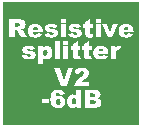
<source format=gto>
G04*
G04 #@! TF.GenerationSoftware,Altium Limited,Altium Designer,24.4.1 (13)*
G04*
G04 Layer_Color=65535*
%FSLAX25Y25*%
%MOIN*%
G70*
G04*
G04 #@! TF.SameCoordinates,8AE4C5FD-FAF6-43D2-9A58-D59D8264A591*
G04*
G04*
G04 #@! TF.FilePolarity,Positive*
G04*
G01*
G75*
G36*
X98468Y48080D02*
Y39242D01*
Y31956D01*
Y18960D01*
X53107D01*
Y31956D01*
Y39242D01*
Y48080D01*
Y59780D01*
X98468D01*
Y48080D01*
D02*
G37*
%LPC*%
G36*
X85504Y54168D02*
X83843D01*
Y53031D01*
X85504D01*
Y54168D01*
D02*
G37*
G36*
X73886D02*
X72224D01*
Y53031D01*
X73886D01*
Y54168D01*
D02*
G37*
G36*
X77143Y52616D02*
X76946D01*
X76684Y52605D01*
X76443Y52594D01*
X76247Y52561D01*
X76082Y52540D01*
X75940Y52507D01*
X75842Y52474D01*
X75787Y52463D01*
X75766Y52452D01*
X75612Y52387D01*
X75470Y52321D01*
X75361Y52245D01*
X75263Y52168D01*
X75175Y52102D01*
X75121Y52048D01*
X75088Y52004D01*
X75077Y51993D01*
X75000Y51873D01*
X74935Y51753D01*
X74891Y51622D01*
X74869Y51512D01*
X74847Y51403D01*
X74836Y51326D01*
Y51272D01*
Y51250D01*
X74847Y51108D01*
X74869Y50977D01*
X74913Y50867D01*
X74957Y50758D01*
X74989Y50682D01*
X75033Y50616D01*
X75055Y50572D01*
X75066Y50561D01*
X75153Y50452D01*
X75252Y50365D01*
X75339Y50288D01*
X75427Y50233D01*
X75503Y50179D01*
X75569Y50146D01*
X75612Y50135D01*
X75624Y50124D01*
X75689Y50102D01*
X75776Y50069D01*
X75951Y50026D01*
X76159Y49982D01*
X76356Y49938D01*
X76542Y49895D01*
X76629Y49884D01*
X76695Y49862D01*
X76749Y49851D01*
X76804D01*
X76826Y49840D01*
X76837D01*
X77033Y49807D01*
X77197Y49774D01*
X77318Y49742D01*
X77405Y49720D01*
X77471Y49698D01*
X77514Y49676D01*
X77536Y49665D01*
X77547D01*
X77613Y49621D01*
X77656Y49578D01*
X77689Y49534D01*
X77711Y49490D01*
X77733Y49425D01*
Y49403D01*
Y49392D01*
X77722Y49337D01*
X77711Y49283D01*
X77656Y49195D01*
X77602Y49151D01*
X77591Y49130D01*
X77580D01*
X77503Y49086D01*
X77427Y49053D01*
X77263Y49009D01*
X77186Y48998D01*
X77121Y48987D01*
X77066D01*
X76957Y48998D01*
X76859Y49009D01*
X76771Y49031D01*
X76705Y49053D01*
X76651Y49075D01*
X76607Y49086D01*
X76585Y49108D01*
X76574D01*
X76509Y49162D01*
X76454Y49228D01*
X76378Y49381D01*
X76345Y49446D01*
X76323Y49490D01*
X76301Y49534D01*
Y49545D01*
X74651Y49392D01*
X74716Y49173D01*
X74815Y48976D01*
X74913Y48802D01*
X75022Y48670D01*
X75132Y48561D01*
X75219Y48485D01*
X75274Y48430D01*
X75296Y48419D01*
X75394Y48364D01*
X75514Y48310D01*
X75776Y48222D01*
X76050Y48168D01*
X76334Y48124D01*
X76465Y48113D01*
X76585Y48102D01*
X76695Y48091D01*
X76793D01*
X76880Y48080D01*
X76990D01*
X77285Y48091D01*
X77547Y48113D01*
X77777Y48146D01*
X77962Y48189D01*
X78115Y48222D01*
X78225Y48255D01*
X78290Y48277D01*
X78312Y48288D01*
X78487Y48375D01*
X78629Y48463D01*
X78760Y48561D01*
X78859Y48649D01*
X78935Y48725D01*
X78990Y48791D01*
X79023Y48834D01*
X79034Y48845D01*
X79110Y48976D01*
X79165Y49108D01*
X79208Y49239D01*
X79230Y49348D01*
X79252Y49446D01*
X79263Y49512D01*
Y49578D01*
X79252Y49709D01*
X79230Y49840D01*
X79198Y49960D01*
X79154Y50059D01*
X79110Y50135D01*
X79077Y50201D01*
X79056Y50244D01*
X79045Y50255D01*
X78957Y50365D01*
X78859Y50463D01*
X78749Y50550D01*
X78651Y50616D01*
X78564Y50671D01*
X78487Y50703D01*
X78443Y50725D01*
X78421Y50736D01*
X78258Y50802D01*
X78061Y50856D01*
X77853Y50900D01*
X77656Y50933D01*
X77471Y50966D01*
X77394Y50977D01*
X77318Y50988D01*
X77263D01*
X77219Y50999D01*
X77186D01*
X77001Y51020D01*
X76848Y51053D01*
X76716Y51075D01*
X76629Y51097D01*
X76552Y51119D01*
X76509Y51141D01*
X76487Y51152D01*
X76476D01*
X76421Y51184D01*
X76389Y51217D01*
X76345Y51305D01*
X76323Y51370D01*
Y51381D01*
Y51392D01*
X76334Y51447D01*
X76345Y51490D01*
X76389Y51567D01*
X76421Y51611D01*
X76443Y51632D01*
X76498Y51665D01*
X76563Y51698D01*
X76705Y51731D01*
X76760Y51742D01*
X76957D01*
X77055Y51720D01*
X77132Y51698D01*
X77208Y51676D01*
X77263Y51654D01*
X77307Y51632D01*
X77328Y51622D01*
X77340Y51611D01*
X77427Y51523D01*
X77492Y51425D01*
X77514Y51381D01*
X77536Y51337D01*
X77547Y51315D01*
Y51305D01*
X79121Y51458D01*
X79056Y51611D01*
X78990Y51742D01*
X78913Y51851D01*
X78848Y51949D01*
X78793Y52026D01*
X78749Y52081D01*
X78717Y52113D01*
X78706Y52124D01*
X78607Y52212D01*
X78498Y52288D01*
X78400Y52354D01*
X78301Y52408D01*
X78214Y52441D01*
X78148Y52474D01*
X78105Y52496D01*
X78083D01*
X77930Y52540D01*
X77755Y52561D01*
X77569Y52583D01*
X77383Y52605D01*
X77208D01*
X77143Y52616D01*
D02*
G37*
G36*
X69240D02*
X69044D01*
X68781Y52605D01*
X68541Y52594D01*
X68344Y52561D01*
X68180Y52540D01*
X68038Y52507D01*
X67940Y52474D01*
X67885Y52463D01*
X67863Y52452D01*
X67710Y52387D01*
X67568Y52321D01*
X67459Y52245D01*
X67360Y52168D01*
X67273Y52102D01*
X67218Y52048D01*
X67185Y52004D01*
X67175Y51993D01*
X67098Y51873D01*
X67032Y51753D01*
X66989Y51622D01*
X66967Y51512D01*
X66945Y51403D01*
X66934Y51326D01*
Y51272D01*
Y51250D01*
X66945Y51108D01*
X66967Y50977D01*
X67011Y50867D01*
X67054Y50758D01*
X67087Y50682D01*
X67131Y50616D01*
X67153Y50572D01*
X67164Y50561D01*
X67251Y50452D01*
X67349Y50365D01*
X67437Y50288D01*
X67524Y50233D01*
X67601Y50179D01*
X67666Y50146D01*
X67710Y50135D01*
X67721Y50124D01*
X67787Y50102D01*
X67874Y50069D01*
X68049Y50026D01*
X68257Y49982D01*
X68453Y49938D01*
X68639Y49895D01*
X68727Y49884D01*
X68792Y49862D01*
X68847Y49851D01*
X68901D01*
X68923Y49840D01*
X68934D01*
X69131Y49807D01*
X69295Y49774D01*
X69415Y49742D01*
X69503Y49720D01*
X69568Y49698D01*
X69612Y49676D01*
X69634Y49665D01*
X69645D01*
X69710Y49621D01*
X69754Y49578D01*
X69787Y49534D01*
X69809Y49490D01*
X69831Y49425D01*
Y49403D01*
Y49392D01*
X69820Y49337D01*
X69809Y49283D01*
X69754Y49195D01*
X69699Y49151D01*
X69688Y49130D01*
X69678D01*
X69601Y49086D01*
X69525Y49053D01*
X69361Y49009D01*
X69284Y48998D01*
X69218Y48987D01*
X69164D01*
X69055Y48998D01*
X68956Y49009D01*
X68869Y49031D01*
X68803Y49053D01*
X68748Y49075D01*
X68705Y49086D01*
X68683Y49108D01*
X68672D01*
X68606Y49162D01*
X68552Y49228D01*
X68475Y49381D01*
X68442Y49446D01*
X68421Y49490D01*
X68399Y49534D01*
Y49545D01*
X66748Y49392D01*
X66814Y49173D01*
X66912Y48976D01*
X67011Y48802D01*
X67120Y48670D01*
X67229Y48561D01*
X67317Y48485D01*
X67371Y48430D01*
X67393Y48419D01*
X67492Y48364D01*
X67612Y48310D01*
X67874Y48222D01*
X68147Y48168D01*
X68432Y48124D01*
X68563Y48113D01*
X68683Y48102D01*
X68792Y48091D01*
X68891D01*
X68978Y48080D01*
X69087D01*
X69382Y48091D01*
X69645Y48113D01*
X69874Y48146D01*
X70060Y48189D01*
X70213Y48222D01*
X70322Y48255D01*
X70388Y48277D01*
X70410Y48288D01*
X70585Y48375D01*
X70727Y48463D01*
X70858Y48561D01*
X70956Y48649D01*
X71033Y48725D01*
X71087Y48791D01*
X71120Y48834D01*
X71131Y48845D01*
X71208Y48976D01*
X71262Y49108D01*
X71306Y49239D01*
X71328Y49348D01*
X71350Y49446D01*
X71361Y49512D01*
Y49578D01*
X71350Y49709D01*
X71328Y49840D01*
X71295Y49960D01*
X71251Y50059D01*
X71208Y50135D01*
X71175Y50201D01*
X71153Y50244D01*
X71142Y50255D01*
X71055Y50365D01*
X70956Y50463D01*
X70847Y50550D01*
X70749Y50616D01*
X70661Y50671D01*
X70585Y50703D01*
X70541Y50725D01*
X70519Y50736D01*
X70355Y50802D01*
X70158Y50856D01*
X69951Y50900D01*
X69754Y50933D01*
X69568Y50966D01*
X69492Y50977D01*
X69415Y50988D01*
X69361D01*
X69317Y50999D01*
X69284D01*
X69098Y51020D01*
X68945Y51053D01*
X68814Y51075D01*
X68727Y51097D01*
X68650Y51119D01*
X68606Y51141D01*
X68585Y51152D01*
X68574D01*
X68519Y51184D01*
X68486Y51217D01*
X68442Y51305D01*
X68421Y51370D01*
Y51381D01*
Y51392D01*
X68432Y51447D01*
X68442Y51490D01*
X68486Y51567D01*
X68519Y51611D01*
X68541Y51632D01*
X68595Y51665D01*
X68661Y51698D01*
X68803Y51731D01*
X68858Y51742D01*
X69055D01*
X69153Y51720D01*
X69229Y51698D01*
X69306Y51676D01*
X69361Y51654D01*
X69404Y51632D01*
X69426Y51622D01*
X69437Y51611D01*
X69525Y51523D01*
X69590Y51425D01*
X69612Y51381D01*
X69634Y51337D01*
X69645Y51315D01*
Y51305D01*
X71219Y51458D01*
X71153Y51611D01*
X71087Y51742D01*
X71011Y51851D01*
X70945Y51949D01*
X70891Y52026D01*
X70847Y52081D01*
X70814Y52113D01*
X70803Y52124D01*
X70705Y52212D01*
X70596Y52288D01*
X70497Y52354D01*
X70399Y52408D01*
X70311Y52441D01*
X70246Y52474D01*
X70202Y52496D01*
X70180D01*
X70027Y52540D01*
X69852Y52561D01*
X69667Y52583D01*
X69481Y52605D01*
X69306D01*
X69240Y52616D01*
D02*
G37*
G36*
X91199Y52518D02*
X89516D01*
X88641Y49763D01*
X87800Y52518D01*
X86072D01*
X87876Y48179D01*
X89351D01*
X91199Y52518D01*
D02*
G37*
G36*
X85504D02*
X83843D01*
Y48179D01*
X85504D01*
Y52518D01*
D02*
G37*
G36*
X73886D02*
X72224D01*
Y48179D01*
X73886D01*
Y52518D01*
D02*
G37*
G36*
X58376Y54168D02*
X55075D01*
Y48179D01*
X56933D01*
Y50605D01*
X57086D01*
X57184Y50594D01*
X57272Y50583D01*
X57349Y50561D01*
X57414Y50539D01*
X57469Y50507D01*
X57512Y50485D01*
X57534Y50474D01*
X57545Y50463D01*
X57600Y50408D01*
X57665Y50343D01*
X57775Y50190D01*
X57819Y50124D01*
X57851Y50059D01*
X57873Y50015D01*
X57884Y50004D01*
X58879Y48179D01*
X60977D01*
X60070Y49905D01*
X60037Y49960D01*
X60005Y50015D01*
X59917Y50146D01*
X59873Y50190D01*
X59841Y50233D01*
X59819Y50266D01*
X59808Y50277D01*
X59742Y50365D01*
X59677Y50430D01*
X59633Y50485D01*
X59589Y50529D01*
X59556Y50561D01*
X59535Y50583D01*
X59513Y50594D01*
X59447Y50638D01*
X59370Y50671D01*
X59218Y50747D01*
X59141Y50769D01*
X59086Y50791D01*
X59043Y50813D01*
X59032D01*
X59174Y50856D01*
X59305Y50889D01*
X59414Y50933D01*
X59513Y50966D01*
X59578Y50999D01*
X59633Y51031D01*
X59666Y51042D01*
X59677Y51053D01*
X59808Y51141D01*
X59928Y51239D01*
X60026Y51337D01*
X60114Y51425D01*
X60179Y51512D01*
X60234Y51578D01*
X60256Y51622D01*
X60267Y51632D01*
X60343Y51775D01*
X60398Y51928D01*
X60431Y52070D01*
X60464Y52201D01*
X60474Y52321D01*
X60485Y52408D01*
Y52474D01*
Y52496D01*
X60474Y52704D01*
X60442Y52889D01*
X60398Y53053D01*
X60343Y53195D01*
X60289Y53316D01*
X60245Y53403D01*
X60212Y53447D01*
X60201Y53469D01*
X60092Y53611D01*
X59972Y53720D01*
X59851Y53818D01*
X59731Y53895D01*
X59633Y53950D01*
X59545Y53982D01*
X59491Y54004D01*
X59469Y54015D01*
X59283Y54070D01*
X59075Y54103D01*
X58857Y54135D01*
X58649Y54146D01*
X58452Y54157D01*
X58376Y54168D01*
D02*
G37*
G36*
X94073Y52616D02*
X93920D01*
X93713Y52605D01*
X93516Y52594D01*
X93330Y52561D01*
X93155Y52518D01*
X92991Y52474D01*
X92849Y52419D01*
X92707Y52354D01*
X92587Y52299D01*
X92478Y52245D01*
X92390Y52179D01*
X92303Y52124D01*
X92237Y52081D01*
X92182Y52037D01*
X92150Y52015D01*
X92128Y51993D01*
X92117Y51982D01*
X92007Y51862D01*
X91909Y51731D01*
X91822Y51600D01*
X91745Y51458D01*
X91680Y51315D01*
X91625Y51184D01*
X91549Y50922D01*
X91527Y50802D01*
X91505Y50692D01*
X91494Y50583D01*
X91483Y50496D01*
X91472Y50430D01*
Y50332D01*
X91483Y50069D01*
X91527Y49840D01*
X91570Y49621D01*
X91636Y49446D01*
X91690Y49293D01*
X91745Y49184D01*
X91756Y49140D01*
X91778Y49108D01*
X91789Y49097D01*
Y49086D01*
X91920Y48900D01*
X92051Y48747D01*
X92193Y48616D01*
X92325Y48507D01*
X92434Y48430D01*
X92532Y48364D01*
X92587Y48332D01*
X92609Y48321D01*
X92805Y48244D01*
X93024Y48179D01*
X93253Y48135D01*
X93472Y48113D01*
X93669Y48091D01*
X93745D01*
X93822Y48080D01*
X94150D01*
X94314Y48091D01*
X94478Y48102D01*
X94620Y48124D01*
X94762Y48146D01*
X94882Y48168D01*
X94991Y48200D01*
X95101Y48222D01*
X95188Y48244D01*
X95265Y48277D01*
X95330Y48299D01*
X95385Y48321D01*
X95429Y48342D01*
X95461Y48353D01*
X95472Y48364D01*
X95483D01*
X95680Y48485D01*
X95855Y48627D01*
X96008Y48791D01*
X96139Y48944D01*
X96248Y49086D01*
X96336Y49195D01*
X96358Y49239D01*
X96380Y49272D01*
X96401Y49293D01*
Y49304D01*
X94762Y49457D01*
X94707Y49381D01*
X94642Y49326D01*
X94598Y49272D01*
X94554Y49239D01*
X94489Y49184D01*
X94478Y49173D01*
X94467D01*
X94379Y49130D01*
X94303Y49108D01*
X94161Y49064D01*
X94095D01*
X94051Y49053D01*
X94008D01*
X93866Y49064D01*
X93745Y49097D01*
X93636Y49140D01*
X93549Y49195D01*
X93472Y49250D01*
X93418Y49293D01*
X93385Y49326D01*
X93374Y49337D01*
X93319Y49425D01*
X93275Y49512D01*
X93210Y49709D01*
X93188Y49796D01*
X93177Y49873D01*
X93166Y49916D01*
Y49938D01*
X96500D01*
Y50124D01*
X96489Y50430D01*
X96456Y50703D01*
X96412Y50933D01*
X96358Y51141D01*
X96303Y51294D01*
X96281Y51359D01*
X96259Y51414D01*
X96237Y51458D01*
X96227Y51490D01*
X96216Y51501D01*
Y51512D01*
X96095Y51698D01*
X95964Y51862D01*
X95833Y52004D01*
X95691Y52124D01*
X95571Y52212D01*
X95472Y52277D01*
X95407Y52321D01*
X95396Y52332D01*
X95385D01*
X95166Y52430D01*
X94926Y52496D01*
X94685Y52551D01*
X94456Y52583D01*
X94248Y52605D01*
X94150D01*
X94073Y52616D01*
D02*
G37*
G36*
X82072Y54168D02*
X80400Y53305D01*
Y52518D01*
X79788D01*
Y51305D01*
X80400D01*
Y49774D01*
X80411Y49523D01*
X80422Y49304D01*
X80444Y49119D01*
X80465Y48965D01*
X80487Y48856D01*
X80509Y48780D01*
X80531Y48725D01*
Y48714D01*
X80586Y48605D01*
X80662Y48507D01*
X80728Y48419D01*
X80804Y48353D01*
X80870Y48299D01*
X80924Y48266D01*
X80957Y48244D01*
X80968Y48233D01*
X81089Y48179D01*
X81242Y48146D01*
X81384Y48113D01*
X81537Y48102D01*
X81679Y48091D01*
X81788Y48080D01*
X81886D01*
X82094Y48091D01*
X82291Y48102D01*
X82487Y48124D01*
X82662Y48146D01*
X82815Y48168D01*
X82936Y48189D01*
X82979Y48200D01*
X83012Y48211D01*
X83045D01*
X82914Y49359D01*
X82793Y49326D01*
X82695Y49304D01*
X82608Y49283D01*
X82531Y49272D01*
X82477D01*
X82433Y49261D01*
X82400D01*
X82335Y49272D01*
X82269Y49283D01*
X82181Y49326D01*
X82138Y49370D01*
X82116Y49392D01*
X82105Y49435D01*
X82094Y49490D01*
X82083Y49610D01*
X82072Y49665D01*
Y49720D01*
Y49753D01*
Y49763D01*
Y51305D01*
X82990D01*
Y52518D01*
X82072D01*
Y54168D01*
D02*
G37*
G36*
X63852Y52616D02*
X63699D01*
X63491Y52605D01*
X63294Y52594D01*
X63109Y52561D01*
X62934Y52518D01*
X62770Y52474D01*
X62628Y52419D01*
X62486Y52354D01*
X62365Y52299D01*
X62256Y52245D01*
X62169Y52179D01*
X62081Y52124D01*
X62016Y52081D01*
X61961Y52037D01*
X61928Y52015D01*
X61906Y51993D01*
X61895Y51982D01*
X61786Y51862D01*
X61688Y51731D01*
X61600Y51600D01*
X61524Y51458D01*
X61458Y51315D01*
X61404Y51184D01*
X61327Y50922D01*
X61305Y50802D01*
X61283Y50692D01*
X61272Y50583D01*
X61261Y50496D01*
X61251Y50430D01*
Y50332D01*
X61261Y50069D01*
X61305Y49840D01*
X61349Y49621D01*
X61414Y49446D01*
X61469Y49293D01*
X61524Y49184D01*
X61535Y49140D01*
X61557Y49108D01*
X61567Y49097D01*
Y49086D01*
X61699Y48900D01*
X61830Y48747D01*
X61972Y48616D01*
X62103Y48507D01*
X62212Y48430D01*
X62311Y48364D01*
X62365Y48332D01*
X62387Y48321D01*
X62584Y48244D01*
X62803Y48179D01*
X63032Y48135D01*
X63251Y48113D01*
X63447Y48091D01*
X63524D01*
X63600Y48080D01*
X63928D01*
X64092Y48091D01*
X64256Y48102D01*
X64398Y48124D01*
X64540Y48146D01*
X64661Y48168D01*
X64770Y48200D01*
X64879Y48222D01*
X64967Y48244D01*
X65043Y48277D01*
X65109Y48299D01*
X65163Y48321D01*
X65207Y48342D01*
X65240Y48353D01*
X65251Y48364D01*
X65262D01*
X65459Y48485D01*
X65633Y48627D01*
X65786Y48791D01*
X65918Y48944D01*
X66027Y49086D01*
X66114Y49195D01*
X66136Y49239D01*
X66158Y49272D01*
X66180Y49293D01*
Y49304D01*
X64540Y49457D01*
X64486Y49381D01*
X64420Y49326D01*
X64376Y49272D01*
X64333Y49239D01*
X64267Y49184D01*
X64256Y49173D01*
X64245D01*
X64158Y49130D01*
X64081Y49108D01*
X63939Y49064D01*
X63874D01*
X63830Y49053D01*
X63786D01*
X63644Y49064D01*
X63524Y49097D01*
X63415Y49140D01*
X63327Y49195D01*
X63251Y49250D01*
X63196Y49293D01*
X63163Y49326D01*
X63152Y49337D01*
X63098Y49425D01*
X63054Y49512D01*
X62988Y49709D01*
X62967Y49796D01*
X62956Y49873D01*
X62945Y49916D01*
Y49938D01*
X66278D01*
Y50124D01*
X66267Y50430D01*
X66235Y50703D01*
X66191Y50933D01*
X66136Y51141D01*
X66082Y51294D01*
X66060Y51359D01*
X66038Y51414D01*
X66016Y51458D01*
X66005Y51490D01*
X65994Y51501D01*
Y51512D01*
X65874Y51698D01*
X65743Y51862D01*
X65612Y52004D01*
X65469Y52124D01*
X65349Y52212D01*
X65251Y52277D01*
X65185Y52321D01*
X65174Y52332D01*
X65163D01*
X64945Y52430D01*
X64704Y52496D01*
X64464Y52551D01*
X64234Y52583D01*
X64027Y52605D01*
X63928D01*
X63852Y52616D01*
D02*
G37*
G36*
X74782Y46882D02*
X73120D01*
Y45746D01*
X74782D01*
Y46882D01*
D02*
G37*
G36*
X67732Y45330D02*
X67645D01*
X67481Y45319D01*
X67339Y45297D01*
X67196Y45265D01*
X67076Y45232D01*
X66978Y45199D01*
X66901Y45166D01*
X66858Y45144D01*
X66836Y45134D01*
X66737Y45068D01*
X66628Y44991D01*
X66530Y44893D01*
X66442Y44806D01*
X66366Y44718D01*
X66300Y44653D01*
X66256Y44609D01*
X66246Y44587D01*
Y45232D01*
X64693D01*
Y39242D01*
X66377D01*
Y41308D01*
X66475Y41221D01*
X66562Y41144D01*
X66661Y41078D01*
X66748Y41024D01*
X66825Y40980D01*
X66879Y40947D01*
X66923Y40936D01*
X66934Y40925D01*
X67054Y40882D01*
X67175Y40849D01*
X67295Y40827D01*
X67404Y40816D01*
X67492Y40805D01*
X67568Y40794D01*
X67634D01*
X67776Y40805D01*
X67918Y40816D01*
X68180Y40882D01*
X68399Y40969D01*
X68585Y41078D01*
X68738Y41188D01*
X68858Y41275D01*
X68891Y41308D01*
X68923Y41341D01*
X68934Y41352D01*
X68945Y41363D01*
X69033Y41472D01*
X69120Y41592D01*
X69251Y41865D01*
X69339Y42139D01*
X69404Y42401D01*
X69426Y42521D01*
X69448Y42641D01*
X69459Y42740D01*
Y42838D01*
X69470Y42915D01*
Y43199D01*
X69448Y43363D01*
X69393Y43691D01*
X69317Y43964D01*
X69273Y44095D01*
X69229Y44204D01*
X69186Y44314D01*
X69142Y44401D01*
X69098Y44478D01*
X69065Y44543D01*
X69033Y44598D01*
X69011Y44631D01*
X69000Y44653D01*
X68989Y44664D01*
X68901Y44784D01*
X68792Y44882D01*
X68694Y44969D01*
X68585Y45046D01*
X68464Y45112D01*
X68355Y45166D01*
X68136Y45243D01*
X67951Y45297D01*
X67863Y45308D01*
X67787Y45319D01*
X67732Y45330D01*
D02*
G37*
G36*
X91559D02*
X91494D01*
X91363Y45319D01*
X91253Y45308D01*
X91144Y45276D01*
X91057Y45243D01*
X90991Y45210D01*
X90936Y45188D01*
X90904Y45166D01*
X90893Y45155D01*
X90805Y45079D01*
X90729Y44980D01*
X90576Y44773D01*
X90521Y44674D01*
X90477Y44598D01*
X90444Y44543D01*
X90434Y44521D01*
Y45232D01*
X88881D01*
Y40893D01*
X90554D01*
Y42346D01*
Y42532D01*
X90565Y42707D01*
X90576Y42860D01*
X90598Y43002D01*
X90609Y43133D01*
X90630Y43253D01*
X90652Y43352D01*
X90685Y43450D01*
X90707Y43527D01*
X90729Y43592D01*
X90751Y43647D01*
X90762Y43691D01*
X90794Y43745D01*
X90805Y43767D01*
X90882Y43855D01*
X90969Y43920D01*
X91046Y43975D01*
X91133Y44008D01*
X91210Y44030D01*
X91264Y44041D01*
X91385D01*
X91461Y44019D01*
X91614Y43975D01*
X91680Y43953D01*
X91734Y43931D01*
X91767Y43920D01*
X91778Y43909D01*
X92303Y45101D01*
X92139Y45177D01*
X91986Y45232D01*
X91855Y45276D01*
X91734Y45297D01*
X91636Y45319D01*
X91559Y45330D01*
D02*
G37*
G36*
X61764D02*
X61567D01*
X61305Y45319D01*
X61065Y45308D01*
X60868Y45276D01*
X60704Y45254D01*
X60562Y45221D01*
X60464Y45188D01*
X60409Y45177D01*
X60387Y45166D01*
X60234Y45101D01*
X60092Y45035D01*
X59983Y44959D01*
X59884Y44882D01*
X59797Y44816D01*
X59742Y44762D01*
X59709Y44718D01*
X59698Y44707D01*
X59622Y44587D01*
X59556Y44467D01*
X59513Y44336D01*
X59491Y44226D01*
X59469Y44117D01*
X59458Y44041D01*
Y43986D01*
Y43964D01*
X59469Y43822D01*
X59491Y43691D01*
X59535Y43581D01*
X59578Y43472D01*
X59611Y43396D01*
X59655Y43330D01*
X59677Y43286D01*
X59688Y43275D01*
X59775Y43166D01*
X59873Y43079D01*
X59961Y43002D01*
X60048Y42948D01*
X60125Y42893D01*
X60190Y42860D01*
X60234Y42849D01*
X60245Y42838D01*
X60311Y42816D01*
X60398Y42783D01*
X60573Y42740D01*
X60781Y42696D01*
X60977Y42652D01*
X61163Y42609D01*
X61251Y42598D01*
X61316Y42576D01*
X61371Y42565D01*
X61425D01*
X61447Y42554D01*
X61458D01*
X61655Y42521D01*
X61819Y42488D01*
X61939Y42456D01*
X62027Y42434D01*
X62092Y42412D01*
X62136Y42390D01*
X62158Y42379D01*
X62169D01*
X62234Y42335D01*
X62278Y42292D01*
X62311Y42248D01*
X62333Y42204D01*
X62354Y42139D01*
Y42117D01*
Y42106D01*
X62344Y42051D01*
X62333Y41997D01*
X62278Y41909D01*
X62223Y41865D01*
X62212Y41844D01*
X62201D01*
X62125Y41800D01*
X62048Y41767D01*
X61884Y41723D01*
X61808Y41712D01*
X61742Y41701D01*
X61688D01*
X61578Y41712D01*
X61480Y41723D01*
X61393Y41745D01*
X61327Y41767D01*
X61272Y41789D01*
X61229Y41800D01*
X61207Y41822D01*
X61196D01*
X61130Y41876D01*
X61076Y41942D01*
X60999Y42095D01*
X60966Y42160D01*
X60944Y42204D01*
X60923Y42248D01*
Y42259D01*
X59272Y42106D01*
X59338Y41887D01*
X59436Y41690D01*
X59535Y41516D01*
X59644Y41385D01*
X59753Y41275D01*
X59841Y41199D01*
X59895Y41144D01*
X59917Y41133D01*
X60015Y41078D01*
X60136Y41024D01*
X60398Y40936D01*
X60671Y40882D01*
X60955Y40838D01*
X61086Y40827D01*
X61207Y40816D01*
X61316Y40805D01*
X61414D01*
X61502Y40794D01*
X61611D01*
X61906Y40805D01*
X62169Y40827D01*
X62398Y40860D01*
X62584Y40904D01*
X62737Y40936D01*
X62846Y40969D01*
X62912Y40991D01*
X62934Y41002D01*
X63109Y41089D01*
X63251Y41177D01*
X63382Y41275D01*
X63480Y41363D01*
X63557Y41439D01*
X63611Y41505D01*
X63644Y41548D01*
X63655Y41559D01*
X63732Y41690D01*
X63786Y41822D01*
X63830Y41953D01*
X63852Y42062D01*
X63874Y42160D01*
X63885Y42226D01*
Y42292D01*
X63874Y42423D01*
X63852Y42554D01*
X63819Y42674D01*
X63775Y42773D01*
X63732Y42849D01*
X63699Y42915D01*
X63677Y42958D01*
X63666Y42969D01*
X63579Y43079D01*
X63480Y43177D01*
X63371Y43264D01*
X63273Y43330D01*
X63185Y43385D01*
X63109Y43418D01*
X63065Y43439D01*
X63043Y43450D01*
X62879Y43516D01*
X62682Y43571D01*
X62475Y43614D01*
X62278Y43647D01*
X62092Y43680D01*
X62016Y43691D01*
X61939Y43702D01*
X61884D01*
X61841Y43713D01*
X61808D01*
X61622Y43734D01*
X61469Y43767D01*
X61338Y43789D01*
X61251Y43811D01*
X61174Y43833D01*
X61130Y43855D01*
X61108Y43866D01*
X61098D01*
X61043Y43898D01*
X61010Y43931D01*
X60966Y44019D01*
X60944Y44084D01*
Y44095D01*
Y44106D01*
X60955Y44161D01*
X60966Y44204D01*
X61010Y44281D01*
X61043Y44325D01*
X61065Y44346D01*
X61119Y44379D01*
X61185Y44412D01*
X61327Y44445D01*
X61382Y44456D01*
X61578D01*
X61677Y44434D01*
X61753Y44412D01*
X61830Y44390D01*
X61884Y44368D01*
X61928Y44346D01*
X61950Y44336D01*
X61961Y44325D01*
X62048Y44237D01*
X62114Y44139D01*
X62136Y44095D01*
X62158Y44051D01*
X62169Y44030D01*
Y44019D01*
X63743Y44172D01*
X63677Y44325D01*
X63611Y44456D01*
X63535Y44565D01*
X63469Y44664D01*
X63415Y44740D01*
X63371Y44795D01*
X63338Y44827D01*
X63327Y44838D01*
X63229Y44926D01*
X63120Y45002D01*
X63021Y45068D01*
X62923Y45123D01*
X62835Y45155D01*
X62770Y45188D01*
X62726Y45210D01*
X62704D01*
X62551Y45254D01*
X62376Y45276D01*
X62191Y45297D01*
X62005Y45319D01*
X61830D01*
X61764Y45330D01*
D02*
G37*
G36*
X74782Y45232D02*
X73120D01*
Y40893D01*
X74782D01*
Y45232D01*
D02*
G37*
G36*
X71995Y46882D02*
X70322D01*
Y40893D01*
X71995D01*
Y46882D01*
D02*
G37*
G36*
X85668Y45330D02*
X85515D01*
X85307Y45319D01*
X85111Y45308D01*
X84925Y45276D01*
X84750Y45232D01*
X84586Y45188D01*
X84444Y45134D01*
X84302Y45068D01*
X84182Y45013D01*
X84072Y44959D01*
X83985Y44893D01*
X83898Y44838D01*
X83832Y44795D01*
X83777Y44751D01*
X83744Y44729D01*
X83723Y44707D01*
X83712Y44696D01*
X83602Y44576D01*
X83504Y44445D01*
X83416Y44314D01*
X83340Y44172D01*
X83275Y44030D01*
X83220Y43898D01*
X83143Y43636D01*
X83121Y43516D01*
X83100Y43407D01*
X83089Y43297D01*
X83078Y43210D01*
X83067Y43144D01*
Y43046D01*
X83078Y42783D01*
X83121Y42554D01*
X83165Y42335D01*
X83231Y42160D01*
X83285Y42007D01*
X83340Y41898D01*
X83351Y41855D01*
X83373Y41822D01*
X83384Y41811D01*
Y41800D01*
X83515Y41614D01*
X83646Y41461D01*
X83788Y41330D01*
X83919Y41221D01*
X84029Y41144D01*
X84127Y41078D01*
X84182Y41046D01*
X84203Y41035D01*
X84400Y40958D01*
X84619Y40893D01*
X84848Y40849D01*
X85067Y40827D01*
X85264Y40805D01*
X85340D01*
X85417Y40794D01*
X85745D01*
X85909Y40805D01*
X86072Y40816D01*
X86215Y40838D01*
X86357Y40860D01*
X86477Y40882D01*
X86586Y40914D01*
X86695Y40936D01*
X86783Y40958D01*
X86860Y40991D01*
X86925Y41013D01*
X86980Y41035D01*
X87023Y41057D01*
X87056Y41067D01*
X87067Y41078D01*
X87078D01*
X87275Y41199D01*
X87450Y41341D01*
X87603Y41505D01*
X87734Y41658D01*
X87843Y41800D01*
X87931Y41909D01*
X87953Y41953D01*
X87974Y41986D01*
X87996Y42007D01*
Y42018D01*
X86357Y42171D01*
X86302Y42095D01*
X86237Y42040D01*
X86193Y41986D01*
X86149Y41953D01*
X86084Y41898D01*
X86072Y41887D01*
X86062D01*
X85974Y41844D01*
X85898Y41822D01*
X85756Y41778D01*
X85690D01*
X85646Y41767D01*
X85602D01*
X85461Y41778D01*
X85340Y41811D01*
X85231Y41855D01*
X85144Y41909D01*
X85067Y41964D01*
X85012Y42007D01*
X84979Y42040D01*
X84969Y42051D01*
X84914Y42139D01*
X84870Y42226D01*
X84805Y42423D01*
X84783Y42510D01*
X84772Y42587D01*
X84761Y42630D01*
Y42652D01*
X88095D01*
Y42838D01*
X88084Y43144D01*
X88051Y43418D01*
X88007Y43647D01*
X87953Y43855D01*
X87898Y44008D01*
X87876Y44073D01*
X87854Y44128D01*
X87832Y44172D01*
X87821Y44204D01*
X87810Y44215D01*
Y44226D01*
X87690Y44412D01*
X87559Y44576D01*
X87428Y44718D01*
X87286Y44838D01*
X87165Y44926D01*
X87067Y44991D01*
X87002Y45035D01*
X86991Y45046D01*
X86980D01*
X86761Y45144D01*
X86521Y45210D01*
X86280Y45265D01*
X86051Y45297D01*
X85843Y45319D01*
X85745D01*
X85668Y45330D01*
D02*
G37*
G36*
X81569Y46882D02*
X79897Y46019D01*
Y45232D01*
X79285D01*
Y44019D01*
X79897D01*
Y42488D01*
X79908Y42237D01*
X79919Y42018D01*
X79941Y41833D01*
X79963Y41680D01*
X79984Y41570D01*
X80006Y41494D01*
X80028Y41439D01*
Y41428D01*
X80083Y41319D01*
X80159Y41221D01*
X80225Y41133D01*
X80301Y41067D01*
X80367Y41013D01*
X80422Y40980D01*
X80454Y40958D01*
X80465Y40947D01*
X80586Y40893D01*
X80739Y40860D01*
X80881Y40827D01*
X81034Y40816D01*
X81176Y40805D01*
X81285Y40794D01*
X81384D01*
X81591Y40805D01*
X81788Y40816D01*
X81985Y40838D01*
X82160Y40860D01*
X82313Y40882D01*
X82433Y40904D01*
X82477Y40914D01*
X82509Y40925D01*
X82542D01*
X82411Y42073D01*
X82291Y42040D01*
X82192Y42018D01*
X82105Y41997D01*
X82028Y41986D01*
X81974D01*
X81930Y41975D01*
X81897D01*
X81832Y41986D01*
X81766Y41997D01*
X81679Y42040D01*
X81635Y42084D01*
X81613Y42106D01*
X81602Y42150D01*
X81591Y42204D01*
X81580Y42325D01*
X81569Y42379D01*
Y42434D01*
Y42467D01*
Y42478D01*
Y44019D01*
X82487D01*
Y45232D01*
X81569D01*
Y46882D01*
D02*
G37*
G36*
X77853D02*
X76181Y46019D01*
Y45232D01*
X75569D01*
Y44019D01*
X76181D01*
Y42488D01*
X76192Y42237D01*
X76203Y42018D01*
X76225Y41833D01*
X76247Y41680D01*
X76268Y41570D01*
X76290Y41494D01*
X76312Y41439D01*
Y41428D01*
X76367Y41319D01*
X76443Y41221D01*
X76509Y41133D01*
X76585Y41067D01*
X76651Y41013D01*
X76705Y40980D01*
X76738Y40958D01*
X76749Y40947D01*
X76869Y40893D01*
X77022Y40860D01*
X77165Y40827D01*
X77318Y40816D01*
X77460Y40805D01*
X77569Y40794D01*
X77667D01*
X77875Y40805D01*
X78072Y40816D01*
X78268Y40838D01*
X78443Y40860D01*
X78596Y40882D01*
X78717Y40904D01*
X78760Y40914D01*
X78793Y40925D01*
X78826D01*
X78695Y42073D01*
X78575Y42040D01*
X78476Y42018D01*
X78389Y41997D01*
X78312Y41986D01*
X78258D01*
X78214Y41975D01*
X78181D01*
X78115Y41986D01*
X78050Y41997D01*
X77962Y42040D01*
X77919Y42084D01*
X77897Y42106D01*
X77886Y42150D01*
X77875Y42204D01*
X77864Y42325D01*
X77853Y42379D01*
Y42434D01*
Y42467D01*
Y42478D01*
Y44019D01*
X78771D01*
Y45232D01*
X77853D01*
Y46882D01*
D02*
G37*
G36*
X76421Y37946D02*
X74541D01*
X73208Y33629D01*
X71864Y37946D01*
X69929D01*
X72191Y31956D01*
X74192D01*
X76421Y37946D01*
D02*
G37*
G36*
X79318Y38044D02*
X79176D01*
X78881Y38033D01*
X78618Y38012D01*
X78389Y37979D01*
X78203Y37935D01*
X78050Y37891D01*
X77941Y37859D01*
X77875Y37837D01*
X77864Y37826D01*
X77853D01*
X77678Y37738D01*
X77536Y37640D01*
X77405Y37541D01*
X77307Y37443D01*
X77219Y37356D01*
X77154Y37290D01*
X77121Y37246D01*
X77110Y37225D01*
X77022Y37061D01*
X76946Y36886D01*
X76891Y36711D01*
X76837Y36536D01*
X76804Y36372D01*
X76782Y36252D01*
X76771Y36197D01*
X76760Y36164D01*
Y36143D01*
Y36132D01*
X78433Y36000D01*
X78465Y36175D01*
X78498Y36317D01*
X78542Y36438D01*
X78585Y36536D01*
X78629Y36612D01*
X78662Y36667D01*
X78684Y36689D01*
X78695Y36700D01*
X78782Y36766D01*
X78870Y36820D01*
X78957Y36853D01*
X79034Y36886D01*
X79110Y36897D01*
X79165Y36908D01*
X79219D01*
X79329Y36897D01*
X79427Y36875D01*
X79514Y36842D01*
X79591Y36809D01*
X79657Y36776D01*
X79700Y36744D01*
X79722Y36722D01*
X79733Y36711D01*
X79799Y36634D01*
X79853Y36558D01*
X79886Y36481D01*
X79919Y36405D01*
X79930Y36339D01*
X79941Y36285D01*
Y36252D01*
Y36241D01*
X79930Y36143D01*
X79908Y36055D01*
X79875Y35957D01*
X79842Y35880D01*
X79799Y35804D01*
X79766Y35749D01*
X79744Y35716D01*
X79733Y35705D01*
X79689Y35651D01*
X79635Y35585D01*
X79504Y35454D01*
X79340Y35323D01*
X79187Y35181D01*
X79034Y35060D01*
X78913Y34962D01*
X78859Y34929D01*
X78826Y34896D01*
X78804Y34885D01*
X78793Y34875D01*
X78575Y34711D01*
X78378Y34558D01*
X78192Y34405D01*
X78028Y34262D01*
X77875Y34120D01*
X77744Y34000D01*
X77624Y33880D01*
X77525Y33771D01*
X77438Y33672D01*
X77350Y33585D01*
X77296Y33508D01*
X77241Y33454D01*
X77197Y33399D01*
X77175Y33366D01*
X77165Y33344D01*
X77154Y33333D01*
X77012Y33093D01*
X76891Y32842D01*
X76804Y32612D01*
X76738Y32404D01*
X76684Y32219D01*
X76673Y32142D01*
X76662Y32076D01*
X76651Y32033D01*
X76640Y31989D01*
Y31956D01*
X81646D01*
Y33312D01*
X79034D01*
X79198Y33454D01*
X79318Y33574D01*
X79361Y33607D01*
X79394Y33639D01*
X79416Y33650D01*
X79427Y33661D01*
X79504Y33727D01*
X79602Y33803D01*
X79722Y33880D01*
X79831Y33957D01*
X79941Y34033D01*
X80028Y34099D01*
X80083Y34142D01*
X80105Y34153D01*
X80258Y34262D01*
X80400Y34372D01*
X80531Y34481D01*
X80651Y34580D01*
X80750Y34678D01*
X80848Y34765D01*
X81012Y34929D01*
X81132Y35060D01*
X81209Y35159D01*
X81263Y35224D01*
X81274Y35246D01*
X81384Y35432D01*
X81460Y35618D01*
X81526Y35804D01*
X81558Y35957D01*
X81580Y36099D01*
X81602Y36208D01*
Y36241D01*
Y36274D01*
Y36285D01*
Y36296D01*
X81591Y36481D01*
X81558Y36656D01*
X81515Y36820D01*
X81460Y36951D01*
X81405Y37071D01*
X81362Y37148D01*
X81329Y37203D01*
X81318Y37225D01*
X81209Y37367D01*
X81077Y37498D01*
X80946Y37596D01*
X80826Y37684D01*
X80717Y37749D01*
X80619Y37804D01*
X80564Y37826D01*
X80553Y37837D01*
X80542D01*
X80345Y37902D01*
X80127Y37957D01*
X79897Y37990D01*
X79678Y38022D01*
X79482Y38033D01*
X79394D01*
X79318Y38044D01*
D02*
G37*
G36*
X71465Y30758D02*
X71344D01*
X71126Y30747D01*
X70918Y30725D01*
X70721Y30693D01*
X70535Y30638D01*
X70372Y30583D01*
X70219Y30518D01*
X70077Y30452D01*
X69945Y30387D01*
X69836Y30310D01*
X69738Y30245D01*
X69650Y30179D01*
X69574Y30124D01*
X69519Y30070D01*
X69486Y30037D01*
X69464Y30015D01*
X69454Y30004D01*
X69333Y29851D01*
X69235Y29687D01*
X69137Y29501D01*
X69060Y29316D01*
X68994Y29119D01*
X68940Y28922D01*
X68863Y28539D01*
X68831Y28354D01*
X68809Y28179D01*
X68798Y28026D01*
X68787Y27895D01*
X68776Y27785D01*
Y27425D01*
X68787Y27239D01*
X68809Y27053D01*
X68831Y26889D01*
X68852Y26725D01*
X68874Y26583D01*
X68907Y26441D01*
X68940Y26321D01*
X68962Y26212D01*
X68994Y26124D01*
X69016Y26037D01*
X69049Y25971D01*
X69060Y25916D01*
X69082Y25884D01*
X69093Y25862D01*
Y25851D01*
X69224Y25621D01*
X69366Y25414D01*
X69519Y25250D01*
X69650Y25118D01*
X69781Y25009D01*
X69880Y24933D01*
X69945Y24889D01*
X69956Y24878D01*
X69967D01*
X70186Y24780D01*
X70426Y24703D01*
X70667Y24648D01*
X70896Y24616D01*
X71093Y24594D01*
X71180Y24583D01*
X71257Y24572D01*
X71410D01*
X71672Y24583D01*
X71913Y24605D01*
X72131Y24648D01*
X72306Y24692D01*
X72448Y24736D01*
X72558Y24780D01*
X72623Y24802D01*
X72645Y24812D01*
X72820Y24922D01*
X72984Y25031D01*
X73115Y25162D01*
X73224Y25282D01*
X73312Y25392D01*
X73377Y25479D01*
X73421Y25534D01*
X73432Y25556D01*
X73530Y25741D01*
X73596Y25927D01*
X73651Y26113D01*
X73683Y26277D01*
X73705Y26430D01*
X73716Y26539D01*
Y26638D01*
X73705Y26802D01*
X73694Y26955D01*
X73629Y27228D01*
X73541Y27479D01*
X73443Y27687D01*
X73388Y27774D01*
X73334Y27851D01*
X73290Y27928D01*
X73246Y27982D01*
X73213Y28026D01*
X73181Y28059D01*
X73170Y28069D01*
X73159Y28080D01*
X73049Y28179D01*
X72940Y28277D01*
X72831Y28354D01*
X72711Y28419D01*
X72481Y28518D01*
X72263Y28583D01*
X72077Y28627D01*
X72000Y28638D01*
X71924Y28649D01*
X71869Y28660D01*
X71793D01*
X71650Y28649D01*
X71508Y28638D01*
X71388Y28616D01*
X71279Y28583D01*
X71191Y28550D01*
X71126Y28529D01*
X71082Y28518D01*
X71071Y28507D01*
X70951Y28452D01*
X70842Y28376D01*
X70743Y28299D01*
X70645Y28234D01*
X70568Y28168D01*
X70514Y28113D01*
X70470Y28069D01*
X70459Y28059D01*
X70470Y28234D01*
X70492Y28387D01*
X70514Y28529D01*
X70525Y28660D01*
X70547Y28780D01*
X70568Y28878D01*
X70590Y28966D01*
X70612Y29053D01*
X70623Y29119D01*
X70645Y29173D01*
X70678Y29250D01*
X70689Y29305D01*
X70700Y29316D01*
X70787Y29458D01*
X70896Y29556D01*
X70995Y29632D01*
X71104Y29676D01*
X71191Y29709D01*
X71268Y29720D01*
X71312Y29731D01*
X71333D01*
X71410Y29720D01*
X71487Y29709D01*
X71607Y29654D01*
X71650Y29622D01*
X71683Y29600D01*
X71694Y29589D01*
X71705Y29578D01*
X71760Y29512D01*
X71803Y29447D01*
X71880Y29283D01*
X71902Y29217D01*
X71924Y29152D01*
X71935Y29108D01*
Y29097D01*
X73585Y29294D01*
X73519Y29469D01*
X73454Y29632D01*
X73388Y29764D01*
X73312Y29884D01*
X73257Y29971D01*
X73203Y30048D01*
X73170Y30092D01*
X73159Y30103D01*
X73049Y30212D01*
X72940Y30310D01*
X72820Y30398D01*
X72711Y30463D01*
X72612Y30518D01*
X72536Y30551D01*
X72492Y30573D01*
X72470Y30583D01*
X72306Y30638D01*
X72120Y30682D01*
X71935Y30715D01*
X71749Y30737D01*
X71596Y30747D01*
X71465Y30758D01*
D02*
G37*
G36*
X79083Y30660D02*
X77400D01*
Y28583D01*
X77301Y28671D01*
X77203Y28758D01*
X77105Y28824D01*
X77017Y28878D01*
X76941Y28922D01*
X76886Y28955D01*
X76842Y28966D01*
X76831Y28977D01*
X76711Y29021D01*
X76591Y29053D01*
X76471Y29075D01*
X76361Y29097D01*
X76274D01*
X76197Y29108D01*
X76132D01*
X75990Y29097D01*
X75848Y29086D01*
X75585Y29021D01*
X75367Y28922D01*
X75181Y28824D01*
X75028Y28714D01*
X74919Y28616D01*
X74875Y28583D01*
X74842Y28550D01*
X74831Y28539D01*
X74820Y28529D01*
X74733Y28419D01*
X74656Y28299D01*
X74525Y28037D01*
X74437Y27753D01*
X74372Y27490D01*
X74350Y27370D01*
X74339Y27250D01*
X74317Y27151D01*
Y27053D01*
X74306Y26987D01*
Y26878D01*
X74328Y26528D01*
X74383Y26212D01*
X74449Y25938D01*
X74492Y25807D01*
X74536Y25698D01*
X74580Y25599D01*
X74623Y25501D01*
X74656Y25425D01*
X74689Y25359D01*
X74722Y25304D01*
X74744Y25271D01*
X74765Y25250D01*
Y25239D01*
X74864Y25118D01*
X74962Y25020D01*
X75061Y24933D01*
X75181Y24856D01*
X75290Y24791D01*
X75399Y24736D01*
X75618Y24659D01*
X75815Y24605D01*
X75902Y24594D01*
X75979Y24583D01*
X76033Y24572D01*
X76121D01*
X76285Y24583D01*
X76427Y24605D01*
X76569Y24627D01*
X76689Y24670D01*
X76777Y24703D01*
X76853Y24725D01*
X76908Y24747D01*
X76919Y24758D01*
X77028Y24823D01*
X77126Y24900D01*
X77225Y24998D01*
X77323Y25086D01*
X77400Y25173D01*
X77465Y25239D01*
X77509Y25282D01*
X77520Y25304D01*
Y24670D01*
X79083D01*
Y30660D01*
D02*
G37*
G36*
X68240Y27501D02*
X65825D01*
Y26212D01*
X68240D01*
Y27501D01*
D02*
G37*
G36*
X83761Y30660D02*
X80209D01*
Y24670D01*
X83499D01*
X83619Y24681D01*
X83750Y24692D01*
X83892Y24714D01*
X84023Y24725D01*
X84132Y24736D01*
X84176D01*
X84209Y24747D01*
X84231D01*
X84395Y24780D01*
X84537Y24802D01*
X84657Y24834D01*
X84755Y24867D01*
X84832Y24900D01*
X84887Y24922D01*
X84919Y24944D01*
X84930D01*
X85062Y25031D01*
X85182Y25129D01*
X85291Y25228D01*
X85378Y25326D01*
X85444Y25403D01*
X85488Y25468D01*
X85521Y25523D01*
X85532Y25534D01*
X85608Y25676D01*
X85663Y25818D01*
X85695Y25960D01*
X85728Y26091D01*
X85739Y26201D01*
X85750Y26288D01*
Y26364D01*
X85739Y26572D01*
X85706Y26758D01*
X85652Y26922D01*
X85597Y27053D01*
X85542Y27162D01*
X85488Y27250D01*
X85455Y27294D01*
X85444Y27315D01*
X85313Y27446D01*
X85171Y27556D01*
X85007Y27654D01*
X84854Y27731D01*
X84712Y27785D01*
X84602Y27818D01*
X84559Y27840D01*
X84526D01*
X84504Y27851D01*
X84493D01*
X84646Y27916D01*
X84777Y27982D01*
X84887Y28048D01*
X84974Y28113D01*
X85051Y28168D01*
X85094Y28212D01*
X85127Y28244D01*
X85138Y28255D01*
X85247Y28408D01*
X85335Y28561D01*
X85389Y28714D01*
X85433Y28857D01*
X85455Y28977D01*
X85477Y29075D01*
Y29141D01*
Y29152D01*
Y29162D01*
Y29283D01*
X85455Y29392D01*
X85400Y29600D01*
X85324Y29775D01*
X85247Y29928D01*
X85160Y30059D01*
X85083Y30146D01*
X85029Y30201D01*
X85018Y30223D01*
X85007D01*
X84810Y30365D01*
X84602Y30474D01*
X84384Y30551D01*
X84165Y30605D01*
X83969Y30638D01*
X83892Y30649D01*
X83815D01*
X83761Y30660D01*
D02*
G37*
%LPD*%
G36*
X57917Y52944D02*
X58070Y52933D01*
X58190Y52900D01*
X58289Y52878D01*
X58354Y52846D01*
X58409Y52813D01*
X58431Y52802D01*
X58442Y52791D01*
X58507Y52725D01*
X58551Y52660D01*
X58584Y52583D01*
X58605Y52518D01*
X58616Y52452D01*
X58627Y52398D01*
Y52365D01*
Y52354D01*
Y52277D01*
X58605Y52212D01*
X58573Y52102D01*
X58551Y52059D01*
X58529Y52037D01*
X58518Y52015D01*
X58507Y52004D01*
X58463Y51949D01*
X58409Y51906D01*
X58310Y51851D01*
X58267Y51840D01*
X58234Y51829D01*
X58212Y51818D01*
X58201D01*
X58081Y51796D01*
X57972Y51775D01*
X57884Y51764D01*
X57819Y51753D01*
X57775Y51742D01*
X56933D01*
Y52955D01*
X57742D01*
X57917Y52944D01*
D02*
G37*
G36*
X94106Y51622D02*
X94226Y51600D01*
X94314Y51567D01*
X94401Y51523D01*
X94456Y51479D01*
X94511Y51447D01*
X94532Y51425D01*
X94543Y51414D01*
X94620Y51326D01*
X94674Y51217D01*
X94718Y51108D01*
X94751Y50999D01*
X94773Y50900D01*
X94795Y50813D01*
X94806Y50758D01*
Y50747D01*
Y50736D01*
X93166D01*
X93188Y50867D01*
X93210Y50988D01*
X93243Y51086D01*
X93275Y51173D01*
X93308Y51228D01*
X93330Y51283D01*
X93341Y51305D01*
X93352Y51315D01*
X93450Y51425D01*
X93549Y51501D01*
X93658Y51556D01*
X93756Y51589D01*
X93844Y51622D01*
X93920Y51632D01*
X93986D01*
X94106Y51622D01*
D02*
G37*
G36*
X63885D02*
X64005Y51600D01*
X64092Y51567D01*
X64180Y51523D01*
X64234Y51479D01*
X64289Y51447D01*
X64311Y51425D01*
X64322Y51414D01*
X64398Y51326D01*
X64453Y51217D01*
X64497Y51108D01*
X64530Y50999D01*
X64551Y50900D01*
X64573Y50813D01*
X64584Y50758D01*
Y50747D01*
Y50736D01*
X62945D01*
X62967Y50867D01*
X62988Y50988D01*
X63021Y51086D01*
X63054Y51173D01*
X63087Y51228D01*
X63109Y51283D01*
X63120Y51305D01*
X63130Y51315D01*
X63229Y51425D01*
X63327Y51501D01*
X63437Y51556D01*
X63535Y51589D01*
X63622Y51622D01*
X63699Y51632D01*
X63764D01*
X63885Y51622D01*
D02*
G37*
G36*
X67207Y44095D02*
X67306Y44062D01*
X67382Y44030D01*
X67459Y43986D01*
X67524Y43931D01*
X67568Y43898D01*
X67590Y43866D01*
X67601Y43855D01*
X67666Y43745D01*
X67721Y43625D01*
X67754Y43494D01*
X67787Y43374D01*
X67798Y43253D01*
X67809Y43166D01*
Y43101D01*
Y43090D01*
Y43079D01*
X67798Y42882D01*
X67776Y42718D01*
X67743Y42576D01*
X67710Y42467D01*
X67677Y42379D01*
X67645Y42314D01*
X67623Y42281D01*
X67612Y42270D01*
X67535Y42193D01*
X67448Y42139D01*
X67371Y42095D01*
X67295Y42073D01*
X67229Y42051D01*
X67175Y42040D01*
X67120D01*
X67000Y42051D01*
X66901Y42073D01*
X66803Y42117D01*
X66726Y42160D01*
X66661Y42204D01*
X66617Y42248D01*
X66584Y42270D01*
X66573Y42281D01*
X66497Y42390D01*
X66442Y42510D01*
X66409Y42630D01*
X66388Y42762D01*
X66366Y42871D01*
X66355Y42958D01*
Y43024D01*
Y43035D01*
Y43046D01*
X66366Y43243D01*
X66388Y43407D01*
X66420Y43549D01*
X66464Y43658D01*
X66497Y43745D01*
X66530Y43811D01*
X66552Y43844D01*
X66562Y43855D01*
X66650Y43942D01*
X66737Y43997D01*
X66825Y44041D01*
X66912Y44073D01*
X66989Y44095D01*
X67043Y44106D01*
X67098D01*
X67207Y44095D01*
D02*
G37*
G36*
X85701Y44336D02*
X85821Y44314D01*
X85909Y44281D01*
X85996Y44237D01*
X86051Y44194D01*
X86105Y44161D01*
X86127Y44139D01*
X86138Y44128D01*
X86215Y44041D01*
X86269Y43931D01*
X86313Y43822D01*
X86346Y43713D01*
X86368Y43614D01*
X86389Y43527D01*
X86400Y43472D01*
Y43461D01*
Y43450D01*
X84761D01*
X84783Y43581D01*
X84805Y43702D01*
X84837Y43800D01*
X84870Y43887D01*
X84903Y43942D01*
X84925Y43997D01*
X84936Y44019D01*
X84947Y44030D01*
X85045Y44139D01*
X85144Y44215D01*
X85253Y44270D01*
X85351Y44303D01*
X85439Y44336D01*
X85515Y44346D01*
X85581D01*
X85701Y44336D01*
D02*
G37*
G36*
X71454Y27621D02*
X71563Y27589D01*
X71661Y27545D01*
X71749Y27501D01*
X71814Y27446D01*
X71858Y27403D01*
X71891Y27370D01*
X71902Y27359D01*
X71978Y27250D01*
X72044Y27130D01*
X72088Y26998D01*
X72110Y26878D01*
X72131Y26769D01*
X72142Y26681D01*
Y26616D01*
Y26605D01*
Y26594D01*
X72131Y26419D01*
X72110Y26266D01*
X72066Y26146D01*
X72033Y26037D01*
X71989Y25960D01*
X71946Y25894D01*
X71924Y25862D01*
X71913Y25851D01*
X71825Y25774D01*
X71738Y25709D01*
X71640Y25665D01*
X71563Y25643D01*
X71487Y25621D01*
X71421Y25610D01*
X71366D01*
X71235Y25621D01*
X71115Y25654D01*
X71017Y25698D01*
X70929Y25752D01*
X70853Y25796D01*
X70798Y25840D01*
X70765Y25873D01*
X70754Y25884D01*
X70678Y25993D01*
X70612Y26113D01*
X70568Y26244D01*
X70547Y26364D01*
X70525Y26474D01*
X70514Y26561D01*
Y26616D01*
Y26638D01*
X70525Y26813D01*
X70547Y26955D01*
X70590Y27086D01*
X70634Y27184D01*
X70667Y27261D01*
X70710Y27326D01*
X70732Y27359D01*
X70743Y27370D01*
X70842Y27457D01*
X70940Y27523D01*
X71038Y27567D01*
X71126Y27600D01*
X71213Y27621D01*
X71279Y27632D01*
X71333D01*
X71454Y27621D01*
D02*
G37*
G36*
X76766Y27851D02*
X76875Y27818D01*
X76962Y27785D01*
X77039Y27742D01*
X77105Y27687D01*
X77148Y27654D01*
X77181Y27621D01*
X77192Y27610D01*
X77268Y27501D01*
X77323Y27381D01*
X77356Y27261D01*
X77389Y27130D01*
X77400Y27020D01*
X77411Y26933D01*
Y26867D01*
Y26856D01*
Y26845D01*
X77400Y26649D01*
X77378Y26474D01*
X77345Y26332D01*
X77301Y26222D01*
X77258Y26135D01*
X77225Y26069D01*
X77203Y26037D01*
X77192Y26026D01*
X77115Y25949D01*
X77028Y25884D01*
X76930Y25840D01*
X76853Y25818D01*
X76777Y25796D01*
X76722Y25785D01*
X76667D01*
X76558Y25796D01*
X76460Y25818D01*
X76372Y25862D01*
X76307Y25905D01*
X76241Y25949D01*
X76197Y25993D01*
X76175Y26015D01*
X76165Y26026D01*
X76099Y26135D01*
X76055Y26255D01*
X76012Y26386D01*
X75990Y26507D01*
X75979Y26627D01*
X75968Y26714D01*
Y26780D01*
Y26791D01*
Y26802D01*
X75979Y26998D01*
X76000Y27173D01*
X76022Y27305D01*
X76066Y27425D01*
X76099Y27501D01*
X76121Y27567D01*
X76143Y27600D01*
X76154Y27610D01*
X76230Y27698D01*
X76318Y27753D01*
X76394Y27796D01*
X76471Y27829D01*
X76547Y27851D01*
X76602Y27862D01*
X76645D01*
X76766Y27851D01*
D02*
G37*
G36*
X83039Y29436D02*
X83171Y29425D01*
X83269Y29403D01*
X83346Y29370D01*
X83411Y29337D01*
X83455Y29316D01*
X83477Y29305D01*
X83488Y29294D01*
X83542Y29239D01*
X83586Y29173D01*
X83619Y29108D01*
X83641Y29042D01*
X83652Y28977D01*
X83662Y28933D01*
Y28900D01*
Y28889D01*
X83652Y28791D01*
X83641Y28703D01*
X83608Y28627D01*
X83575Y28561D01*
X83542Y28518D01*
X83520Y28485D01*
X83499Y28463D01*
X83488Y28452D01*
X83411Y28408D01*
X83324Y28376D01*
X83127Y28332D01*
X83029Y28321D01*
X82952Y28310D01*
X82078D01*
Y29447D01*
X82897D01*
X83039Y29436D01*
D02*
G37*
G36*
X83182Y27162D02*
X83324Y27151D01*
X83444Y27119D01*
X83531Y27097D01*
X83608Y27064D01*
X83662Y27031D01*
X83684Y27020D01*
X83695Y27009D01*
X83761Y26944D01*
X83805Y26878D01*
X83848Y26802D01*
X83870Y26736D01*
X83881Y26671D01*
X83892Y26627D01*
Y26594D01*
Y26583D01*
X83881Y26485D01*
X83859Y26397D01*
X83826Y26310D01*
X83794Y26244D01*
X83761Y26190D01*
X83728Y26157D01*
X83706Y26135D01*
X83695Y26124D01*
X83608Y26069D01*
X83509Y26026D01*
X83400Y26004D01*
X83280Y25982D01*
X83182Y25971D01*
X83094Y25960D01*
X82078D01*
Y27173D01*
X83007D01*
X83182Y27162D01*
D02*
G37*
M02*

</source>
